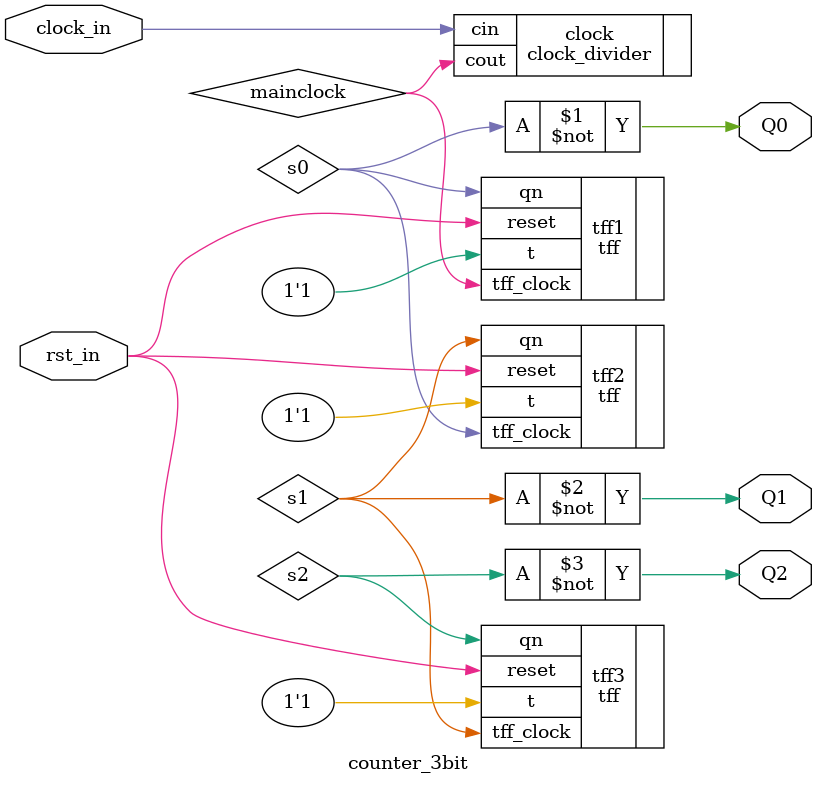
<source format=v>
`timescale 1ns / 1ps

module counter_3bit (rst_in, clock_in, Q0, Q1, Q2 );
	input clock_in, rst_in;
	output Q0;
	output Q1;
	output Q2;
// Why do we need them???
	wire all_t;
	wire s0;
	wire s1;
	wire s2;
	wire mainclock;
	clock_divider clock(.cin(clock_in), .cout(mainclock));
	tff tff1(.t(1'b1), .qn(s0), .tff_clock(mainclock), .reset(rst_in));
	tff tff2(.t(1'b1), .qn(s1), .tff_clock(s0), .reset(rst_in));
	tff tff3(.t(1'b1), .qn(s2), .tff_clock(s1), .reset(rst_in));
	
	assign {Q0}= ~s0;
	assign {Q1}= ~s1;
	assign {Q2}= ~s2;
endmodule


</source>
